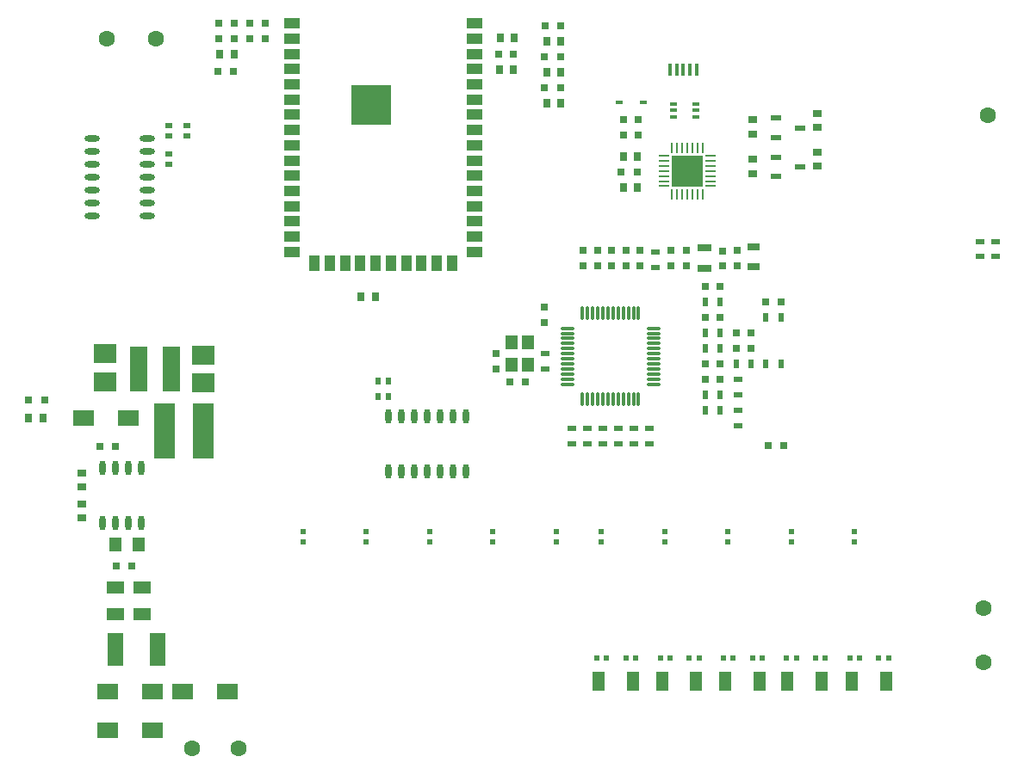
<source format=gtp>
G04*
G04 #@! TF.GenerationSoftware,Altium Limited,Altium Designer,22.11.1 (43)*
G04*
G04 Layer_Color=8421504*
%FSLAX44Y44*%
%MOMM*%
G71*
G04*
G04 #@! TF.SameCoordinates,F8BDC5C1-D14C-489C-B73B-B84716E4099B*
G04*
G04*
G04 #@! TF.FilePolarity,Positive*
G04*
G01*
G75*
%ADD21R,0.8000X0.8000*%
%ADD22O,1.5000X0.6000*%
%ADD23R,0.6400X0.6000*%
%ADD24R,0.9000X0.5500*%
%ADD25O,0.6000X1.4500*%
%ADD26R,0.6000X0.6400*%
%ADD27R,2.1000X1.5500*%
%ADD28C,1.6000*%
%ADD29R,1.2000X1.8500*%
%ADD30R,0.5500X0.5500*%
%ADD31O,0.2500X1.0500*%
%ADD32R,3.1300X3.1300*%
%ADD33O,1.0500X0.2500*%
%ADD34R,0.5500X0.9000*%
%ADD35R,0.5500X0.5500*%
%ADD36R,1.8000X1.3000*%
%ADD37R,2.3000X1.9500*%
%ADD38R,1.5500X3.2100*%
%ADD39R,1.3400X0.8000*%
%ADD40R,0.8000X0.9500*%
%ADD41R,4.0000X4.0000*%
%ADD42R,1.5000X1.0000*%
%ADD43R,1.0000X1.5000*%
%ADD44R,0.8000X0.8000*%
%ADD45R,0.4500X1.3000*%
%ADD46R,2.1500X5.5000*%
%ADD47R,1.7500X4.5000*%
%ADD48R,1.2500X0.8000*%
%ADD49O,1.4500X0.3000*%
%ADD50O,0.3000X1.4500*%
%ADD51R,0.8000X0.4000*%
%ADD52R,0.9500X0.8000*%
%ADD53R,1.0000X0.6000*%
%ADD54R,1.2700X1.3970*%
%ADD55R,1.1500X1.4000*%
D21*
X884348Y1150086D02*
D03*
Y1165086D02*
D03*
X870378Y1150086D02*
D03*
Y1165086D02*
D03*
X872490Y1036200D02*
D03*
Y1021200D02*
D03*
X858520Y1036080D02*
D03*
Y1021080D02*
D03*
X830580Y1021200D02*
D03*
Y1036200D02*
D03*
X792480Y965320D02*
D03*
Y980320D02*
D03*
X518160Y1259720D02*
D03*
Y1244720D02*
D03*
X472440Y1259720D02*
D03*
Y1244720D02*
D03*
X487680Y1259720D02*
D03*
Y1244720D02*
D03*
X502920Y1259720D02*
D03*
Y1244720D02*
D03*
X886460Y1021200D02*
D03*
Y1036200D02*
D03*
X981710D02*
D03*
Y1021200D02*
D03*
X744443Y919480D02*
D03*
Y934480D02*
D03*
X967740Y1035960D02*
D03*
Y1020960D02*
D03*
X932180Y1036080D02*
D03*
Y1021080D02*
D03*
X916940Y1036080D02*
D03*
Y1021080D02*
D03*
X844550Y1036200D02*
D03*
Y1021200D02*
D03*
D22*
X401650Y1070610D02*
D03*
Y1083310D02*
D03*
Y1096010D02*
D03*
Y1108710D02*
D03*
Y1121410D02*
D03*
Y1134110D02*
D03*
Y1146810D02*
D03*
X347650Y1070610D02*
D03*
Y1083310D02*
D03*
Y1096010D02*
D03*
Y1108710D02*
D03*
Y1121410D02*
D03*
Y1134110D02*
D03*
Y1146810D02*
D03*
D23*
X440690Y1158950D02*
D03*
Y1149350D02*
D03*
X422910Y1158950D02*
D03*
Y1149350D02*
D03*
Y1131010D02*
D03*
Y1121410D02*
D03*
D24*
X895350Y845940D02*
D03*
Y860940D02*
D03*
X880110Y860940D02*
D03*
Y845940D02*
D03*
X849630Y860820D02*
D03*
Y845820D02*
D03*
X982980Y894200D02*
D03*
Y909200D02*
D03*
Y878720D02*
D03*
Y863720D02*
D03*
X864870Y845940D02*
D03*
Y860940D02*
D03*
X819150Y860940D02*
D03*
Y845940D02*
D03*
X834390Y845940D02*
D03*
Y860940D02*
D03*
X792703Y934600D02*
D03*
Y919600D02*
D03*
X901700Y1019810D02*
D03*
Y1034810D02*
D03*
X1235710Y1045090D02*
D03*
Y1030090D02*
D03*
X1220470D02*
D03*
Y1045090D02*
D03*
D25*
X638810Y818570D02*
D03*
X651510D02*
D03*
X664210D02*
D03*
X676910D02*
D03*
X689610D02*
D03*
X702310D02*
D03*
X715010D02*
D03*
X638810Y873070D02*
D03*
X651510D02*
D03*
X664210D02*
D03*
X676910D02*
D03*
X689610D02*
D03*
X702310D02*
D03*
X715010D02*
D03*
X357759Y767770D02*
D03*
X370459D02*
D03*
X383159D02*
D03*
X395859D02*
D03*
X357759Y822270D02*
D03*
X370459D02*
D03*
X383159D02*
D03*
X395859D02*
D03*
D26*
X638530Y908050D02*
D03*
X628930D02*
D03*
X638530Y892810D02*
D03*
X628930D02*
D03*
D27*
X436470Y601980D02*
D03*
X480470D02*
D03*
X406810Y564104D02*
D03*
X362810D02*
D03*
X339540Y871220D02*
D03*
X383540D02*
D03*
X406810Y601980D02*
D03*
X362810D02*
D03*
D28*
X491490Y546100D02*
D03*
X1224280Y684530D02*
D03*
X361950Y1244600D02*
D03*
X410210D02*
D03*
X445770Y546100D02*
D03*
X1224280Y631190D02*
D03*
X1228090Y1169670D02*
D03*
D29*
X1064500Y612140D02*
D03*
X1031000D02*
D03*
X1003540D02*
D03*
X970040D02*
D03*
X1128000D02*
D03*
X1094500D02*
D03*
X941310D02*
D03*
X907810D02*
D03*
X879080D02*
D03*
X845580D02*
D03*
D30*
X881990Y635000D02*
D03*
X872490D02*
D03*
X915570D02*
D03*
X906070D02*
D03*
X934620D02*
D03*
X944120D02*
D03*
X977700D02*
D03*
X968200D02*
D03*
X1006250D02*
D03*
X996750D02*
D03*
X1039800D02*
D03*
X1030300D02*
D03*
X1058880D02*
D03*
X1068380D02*
D03*
X1092460D02*
D03*
X1101960D02*
D03*
X1130510D02*
D03*
X1121010D02*
D03*
X843940D02*
D03*
X853440D02*
D03*
D31*
X937688Y1137526D02*
D03*
X947688D02*
D03*
X942688D02*
D03*
X932688D02*
D03*
X927688D02*
D03*
X922688D02*
D03*
X917688D02*
D03*
Y1091526D02*
D03*
X922688D02*
D03*
X927688D02*
D03*
X932688D02*
D03*
X937688D02*
D03*
X942688D02*
D03*
X947688D02*
D03*
D32*
X932688Y1114526D02*
D03*
D33*
X909688Y1129526D02*
D03*
Y1124526D02*
D03*
Y1119526D02*
D03*
Y1114526D02*
D03*
Y1109526D02*
D03*
Y1104526D02*
D03*
Y1099526D02*
D03*
X955688D02*
D03*
Y1104526D02*
D03*
Y1109526D02*
D03*
Y1114526D02*
D03*
Y1119526D02*
D03*
Y1124526D02*
D03*
Y1129526D02*
D03*
D34*
X1009650Y924560D02*
D03*
X1024650D02*
D03*
X995560D02*
D03*
X980560D02*
D03*
X1009770Y970280D02*
D03*
X1024770D02*
D03*
X950200Y955040D02*
D03*
X965200D02*
D03*
X950080Y939800D02*
D03*
X965080D02*
D03*
X950200Y894080D02*
D03*
X965200D02*
D03*
X950200Y878840D02*
D03*
X965200D02*
D03*
X965080Y985520D02*
D03*
X950080D02*
D03*
D35*
X617220Y759130D02*
D03*
Y749630D02*
D03*
X554990Y759130D02*
D03*
Y749630D02*
D03*
X679450Y759130D02*
D03*
Y749630D02*
D03*
X803910Y759130D02*
D03*
Y749630D02*
D03*
X741680Y759130D02*
D03*
Y749630D02*
D03*
X848360Y759130D02*
D03*
Y749630D02*
D03*
X910590Y759130D02*
D03*
Y749630D02*
D03*
X972820Y759130D02*
D03*
Y749630D02*
D03*
X1035050Y759130D02*
D03*
Y749630D02*
D03*
X1097280Y759130D02*
D03*
Y749630D02*
D03*
D36*
X370540Y678180D02*
D03*
X396540D02*
D03*
Y704850D02*
D03*
X370540D02*
D03*
D37*
X457200Y905730D02*
D03*
Y933230D02*
D03*
X360680Y907000D02*
D03*
Y934500D02*
D03*
D38*
X412160Y643890D02*
D03*
X370160D02*
D03*
D39*
X949960Y1038960D02*
D03*
Y1018360D02*
D03*
D40*
X612110Y990600D02*
D03*
X626110D02*
D03*
X762650Y1245870D02*
D03*
X748650D02*
D03*
X473060Y1229360D02*
D03*
X487060D02*
D03*
X762030Y1214120D02*
D03*
X748030D02*
D03*
X869728Y1128496D02*
D03*
X883728D02*
D03*
X869728Y1098016D02*
D03*
X883728D02*
D03*
X794370Y1242060D02*
D03*
X808370D02*
D03*
X794370Y1211580D02*
D03*
X808370D02*
D03*
X794370Y1181100D02*
D03*
X808370D02*
D03*
X285100Y871220D02*
D03*
X299100D02*
D03*
D41*
X621730Y1179230D02*
D03*
D42*
X723730Y1259840D02*
D03*
X543730Y1259840D02*
D03*
Y1244840D02*
D03*
Y1229840D02*
D03*
Y1214840D02*
D03*
Y1199840D02*
D03*
Y1184840D02*
D03*
Y1169840D02*
D03*
Y1154840D02*
D03*
Y1139840D02*
D03*
Y1124840D02*
D03*
Y1109840D02*
D03*
Y1094840D02*
D03*
Y1079840D02*
D03*
Y1064840D02*
D03*
Y1049840D02*
D03*
Y1034840D02*
D03*
X723730Y1244840D02*
D03*
Y1229840D02*
D03*
Y1214840D02*
D03*
Y1199840D02*
D03*
Y1184840D02*
D03*
Y1169840D02*
D03*
Y1154840D02*
D03*
Y1139840D02*
D03*
Y1124840D02*
D03*
Y1109840D02*
D03*
Y1094840D02*
D03*
Y1079840D02*
D03*
Y1064840D02*
D03*
Y1049840D02*
D03*
Y1034840D02*
D03*
D43*
X566230Y1023620D02*
D03*
X581230D02*
D03*
X596230D02*
D03*
X611230D02*
D03*
X701230D02*
D03*
X686230D02*
D03*
X671230D02*
D03*
X656230D02*
D03*
X641230D02*
D03*
X626230D02*
D03*
D44*
X1009890Y985520D02*
D03*
X1024890D02*
D03*
X995560Y939800D02*
D03*
X980560D02*
D03*
X965080Y1000760D02*
D03*
X950080D02*
D03*
X965080Y909320D02*
D03*
X950080D02*
D03*
X1012310Y844550D02*
D03*
X1027310D02*
D03*
X470790Y1212850D02*
D03*
X486790D02*
D03*
X761880Y1229360D02*
D03*
X746880D02*
D03*
X965080Y924560D02*
D03*
X950080D02*
D03*
X965080Y970280D02*
D03*
X950080D02*
D03*
X995560Y955040D02*
D03*
X980560D02*
D03*
X758532Y906780D02*
D03*
X773532D02*
D03*
X883712Y1113256D02*
D03*
X867712D02*
D03*
X808530Y1257449D02*
D03*
X792530D02*
D03*
X808100Y1226820D02*
D03*
X792100D02*
D03*
X808100Y1196340D02*
D03*
X792100D02*
D03*
X370339Y843280D02*
D03*
X355339D02*
D03*
X386425Y725642D02*
D03*
X371425D02*
D03*
X284990Y889000D02*
D03*
X300990D02*
D03*
D45*
X915798Y1213796D02*
D03*
X922298D02*
D03*
X928798D02*
D03*
X935298D02*
D03*
X941798D02*
D03*
D46*
X418700Y858520D02*
D03*
X457200D02*
D03*
D47*
X392950Y919480D02*
D03*
X425450D02*
D03*
D48*
X998220Y1039970D02*
D03*
Y1019970D02*
D03*
D49*
X899500Y904680D02*
D03*
Y909680D02*
D03*
Y914680D02*
D03*
Y919680D02*
D03*
Y924680D02*
D03*
Y929680D02*
D03*
Y934680D02*
D03*
Y939680D02*
D03*
Y944680D02*
D03*
Y949680D02*
D03*
Y954680D02*
D03*
Y959680D02*
D03*
X815000D02*
D03*
Y954680D02*
D03*
Y949680D02*
D03*
Y944680D02*
D03*
Y939680D02*
D03*
Y934680D02*
D03*
Y929680D02*
D03*
Y924680D02*
D03*
Y919680D02*
D03*
Y914680D02*
D03*
Y909680D02*
D03*
Y904680D02*
D03*
D50*
X884750Y974430D02*
D03*
X879750D02*
D03*
X874750D02*
D03*
X869750D02*
D03*
X864750D02*
D03*
X859750D02*
D03*
X854750D02*
D03*
X849750D02*
D03*
X844750D02*
D03*
X839750D02*
D03*
X834750D02*
D03*
X829750D02*
D03*
Y889930D02*
D03*
X834750D02*
D03*
X839750D02*
D03*
X844750D02*
D03*
X849750D02*
D03*
X854750D02*
D03*
X859750D02*
D03*
X864750D02*
D03*
X869750D02*
D03*
X874750D02*
D03*
X879750D02*
D03*
X884750D02*
D03*
D51*
X889070Y1182370D02*
D03*
X866070D02*
D03*
X940818Y1180716D02*
D03*
Y1174216D02*
D03*
Y1167716D02*
D03*
X919318D02*
D03*
Y1180716D02*
D03*
Y1174216D02*
D03*
D52*
X1060878Y1157056D02*
D03*
Y1171056D02*
D03*
Y1118956D02*
D03*
Y1132956D02*
D03*
X997378Y1150706D02*
D03*
Y1164706D02*
D03*
Y1111986D02*
D03*
Y1125986D02*
D03*
X337820Y772780D02*
D03*
Y786780D02*
D03*
Y803260D02*
D03*
Y817260D02*
D03*
D53*
X1043904Y1156946D02*
D03*
X1019904Y1147446D02*
D03*
Y1166446D02*
D03*
X1043668Y1118336D02*
D03*
X1019668Y1108836D02*
D03*
Y1127836D02*
D03*
D54*
X393319Y746760D02*
D03*
X370459D02*
D03*
D55*
X760282Y923407D02*
D03*
X776282Y945407D02*
D03*
Y923407D02*
D03*
X760282Y945407D02*
D03*
M02*

</source>
